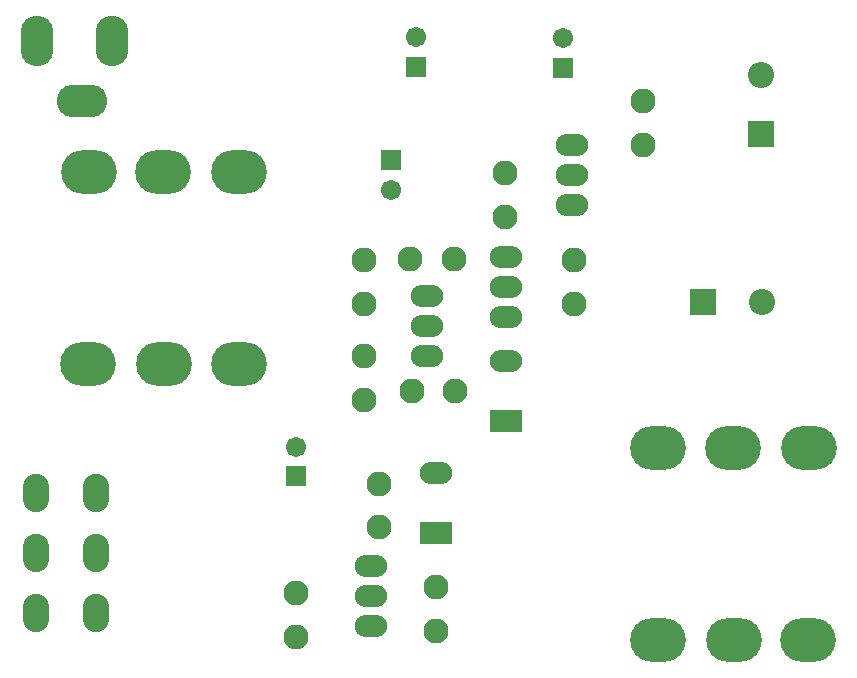
<source format=gts>
G04*
G04 #@! TF.GenerationSoftware,Altium Limited,Altium Designer,21.0.9 (235)*
G04*
G04 Layer_Color=8388736*
%FSTAX24Y24*%
%MOIN*%
G70*
G04*
G04 #@! TF.SameCoordinates,BE33CD37-818E-4C07-995D-9A106440EC1D*
G04*
G04*
G04 #@! TF.FilePolarity,Negative*
G04*
G01*
G75*
%ADD15O,0.1852X0.1458*%
%ADD16C,0.0867*%
%ADD17R,0.0867X0.0867*%
%ADD18C,0.0671*%
%ADD19R,0.0671X0.0671*%
%ADD20C,0.0830*%
%ADD21O,0.1080X0.0740*%
%ADD22O,0.1680X0.1080*%
%ADD23O,0.1080X0.1680*%
%ADD24O,0.0867X0.1280*%
%ADD25R,0.1080X0.0730*%
%ADD26O,0.1080X0.0730*%
%ADD27R,0.0867X0.0867*%
D15*
X03885Y03455D02*
D03*
X0363D02*
D03*
X0338D02*
D03*
Y02815D02*
D03*
X03635D02*
D03*
X0388D02*
D03*
X0148Y03735D02*
D03*
X01735D02*
D03*
X01985D02*
D03*
Y04375D02*
D03*
X0173D02*
D03*
X01485D02*
D03*
D16*
X03725Y046984D02*
D03*
X037284Y0394D02*
D03*
D17*
X03725Y045016D02*
D03*
D18*
X03065Y0482D02*
D03*
X02575Y048234D02*
D03*
X0249Y043158D02*
D03*
X02175Y034592D02*
D03*
D19*
X03065Y047216D02*
D03*
X02575Y04725D02*
D03*
X0249Y044142D02*
D03*
X02175Y033608D02*
D03*
D20*
X0333Y04465D02*
D03*
Y0461D02*
D03*
X027Y04085D02*
D03*
X02555D02*
D03*
X024Y03935D02*
D03*
Y0408D02*
D03*
Y03615D02*
D03*
Y0376D02*
D03*
X0256Y03645D02*
D03*
X02705D02*
D03*
X0245Y0319D02*
D03*
Y03335D02*
D03*
X02175Y0297D02*
D03*
Y02825D02*
D03*
X0264Y0299D02*
D03*
Y02845D02*
D03*
X031Y0408D02*
D03*
Y03935D02*
D03*
X0287Y04225D02*
D03*
Y0437D02*
D03*
D21*
X03095Y04465D02*
D03*
Y04365D02*
D03*
Y04265D02*
D03*
X02875Y0389D02*
D03*
Y0399D02*
D03*
Y0409D02*
D03*
X0261Y0376D02*
D03*
Y0386D02*
D03*
Y0396D02*
D03*
X02425Y0286D02*
D03*
Y0296D02*
D03*
Y0306D02*
D03*
D22*
X0146Y0461D02*
D03*
D23*
X0131Y0481D02*
D03*
X0156D02*
D03*
D24*
X015093Y02905D02*
D03*
Y03105D02*
D03*
X015083Y03305D02*
D03*
X013093D02*
D03*
Y03106D02*
D03*
Y02905D02*
D03*
D25*
X02875Y03545D02*
D03*
X0264Y0317D02*
D03*
D26*
X02875Y03745D02*
D03*
X0264Y0337D02*
D03*
D27*
X035316Y0394D02*
D03*
M02*

</source>
